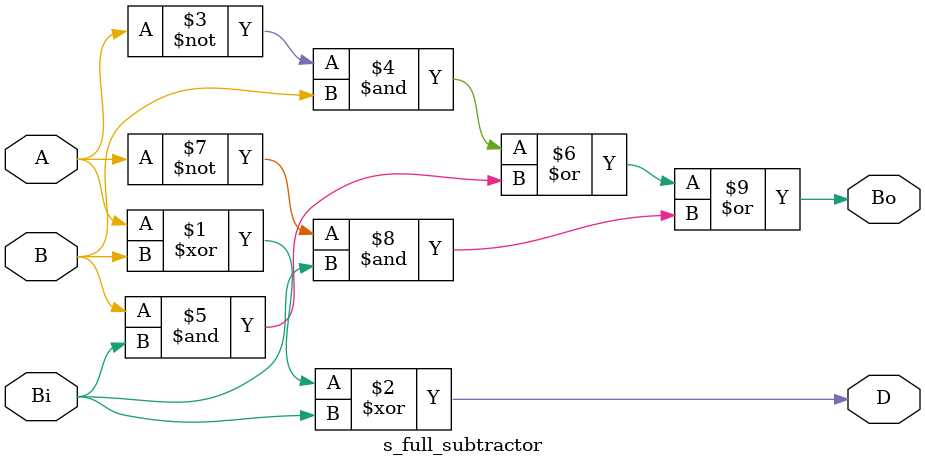
<source format=v>
module s_full_subtractor(input A, B, Bi, output D, Bo);
  assign D = A ^ B ^ Bi;
  assign Bo = (~A & B) | (B & Bi) | (~A & Bi);
endmodule

</source>
